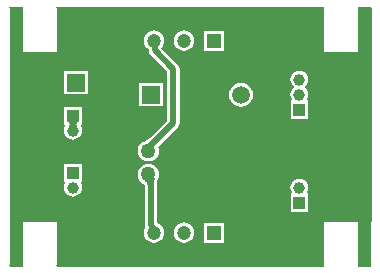
<source format=gbl>
G04*
G04 #@! TF.GenerationSoftware,Altium Limited,Altium Designer,20.0.10 (225)*
G04*
G04 Layer_Physical_Order=2*
G04 Layer_Color=16711680*
%FSLAX25Y25*%
%MOIN*%
G70*
G01*
G75*
%ADD16C,0.00300*%
%ADD33C,0.02000*%
%ADD34R,0.04724X0.04724*%
%ADD35C,0.04724*%
%ADD36R,0.05906X0.05906*%
%ADD37C,0.03937*%
%ADD38R,0.03937X0.03937*%
%ADD39C,0.05906*%
%ADD40C,0.05000*%
G36*
X104331Y56102D02*
X116142D01*
Y71000D01*
X120079D01*
Y-0D01*
X120000D01*
Y-15000D01*
X116142D01*
Y-0D01*
X104331Y0D01*
X104331Y-15000D01*
X15748Y-15000D01*
X15748Y0D01*
X3937D01*
Y-15000D01*
X-0D01*
X-0Y71000D01*
X3937D01*
Y56102D01*
X15748D01*
Y71000D01*
X104331Y71000D01*
Y56102D01*
D02*
G37*
%LPC*%
G36*
X71362Y63362D02*
X64638D01*
Y56638D01*
X71362D01*
Y63362D01*
D02*
G37*
G36*
X58000Y63391D02*
X57122Y63276D01*
X56304Y62937D01*
X55602Y62398D01*
X55063Y61696D01*
X54724Y60878D01*
X54609Y60000D01*
X54724Y59122D01*
X55063Y58304D01*
X55602Y57602D01*
X56304Y57063D01*
X57122Y56724D01*
X58000Y56609D01*
X58878Y56724D01*
X59696Y57063D01*
X60398Y57602D01*
X60937Y58304D01*
X61276Y59122D01*
X61391Y60000D01*
X61276Y60878D01*
X60937Y61696D01*
X60398Y62398D01*
X59696Y62937D01*
X58878Y63276D01*
X58000Y63391D01*
D02*
G37*
G36*
X25937Y49953D02*
X18032D01*
Y42047D01*
X25937D01*
Y49953D01*
D02*
G37*
G36*
X50953Y45949D02*
X43047D01*
Y38043D01*
X50953D01*
Y45949D01*
D02*
G37*
G36*
X77000Y45983D02*
X75968Y45847D01*
X75007Y45449D01*
X74181Y44815D01*
X73547Y43990D01*
X73149Y43028D01*
X73013Y41996D01*
X73149Y40964D01*
X73547Y40003D01*
X74181Y39177D01*
X75007Y38543D01*
X75968Y38145D01*
X77000Y38009D01*
X78032Y38145D01*
X78993Y38543D01*
X79819Y39177D01*
X80453Y40003D01*
X80851Y40964D01*
X80987Y41996D01*
X80851Y43028D01*
X80453Y43990D01*
X79819Y44815D01*
X78993Y45449D01*
X78032Y45847D01*
X77000Y45983D01*
D02*
G37*
G36*
X96500Y49978D02*
X95725Y49876D01*
X95003Y49577D01*
X94383Y49101D01*
X93907Y48481D01*
X93608Y47759D01*
X93506Y46984D01*
X93608Y46209D01*
X93907Y45487D01*
X94383Y44867D01*
X94556Y44734D01*
Y44234D01*
X94383Y44101D01*
X93907Y43481D01*
X93608Y42759D01*
X93506Y41984D01*
X93608Y41209D01*
X93907Y40487D01*
X93973Y40401D01*
X93752Y39953D01*
X93532D01*
Y34016D01*
X99468D01*
Y39953D01*
X99248D01*
X99027Y40401D01*
X99093Y40487D01*
X99392Y41209D01*
X99494Y41984D01*
X99392Y42759D01*
X99093Y43481D01*
X98617Y44101D01*
X98444Y44234D01*
Y44734D01*
X98617Y44867D01*
X99093Y45487D01*
X99392Y46209D01*
X99494Y46984D01*
X99392Y47759D01*
X99093Y48481D01*
X98617Y49101D01*
X97997Y49577D01*
X97275Y49876D01*
X96500Y49978D01*
D02*
G37*
G36*
X23968Y37969D02*
X18032D01*
Y33160D01*
X18030Y33155D01*
X18032Y33138D01*
Y33082D01*
X18024Y33044D01*
X18032Y33005D01*
Y32032D01*
X18252D01*
X18473Y31583D01*
X18407Y31497D01*
X18108Y30775D01*
X18006Y30000D01*
X18108Y29225D01*
X18407Y28503D01*
X18883Y27883D01*
X19503Y27407D01*
X20225Y27108D01*
X21000Y27006D01*
X21775Y27108D01*
X22497Y27407D01*
X23117Y27883D01*
X23593Y28503D01*
X23892Y29225D01*
X23994Y30000D01*
X23892Y30775D01*
X23593Y31497D01*
X23527Y31583D01*
X23748Y32032D01*
X23968D01*
Y33005D01*
X23976Y33044D01*
X23968Y33082D01*
Y33138D01*
X23970Y33155D01*
X23968Y33160D01*
Y37969D01*
D02*
G37*
G36*
X48000Y63391D02*
X47122Y63276D01*
X46304Y62937D01*
X45602Y62398D01*
X45063Y61696D01*
X44724Y60878D01*
X44609Y60000D01*
X44724Y59122D01*
X45063Y58304D01*
X45602Y57602D01*
X46253Y57103D01*
Y56708D01*
X46408Y55928D01*
X46850Y55266D01*
X52461Y49655D01*
Y33336D01*
X46580Y27456D01*
X46220Y27384D01*
X45558Y26942D01*
X45397Y26700D01*
X45234Y26679D01*
X44382Y26326D01*
X43651Y25765D01*
X43090Y25034D01*
X42737Y24183D01*
X42617Y23269D01*
X42737Y22355D01*
X43090Y21504D01*
X43651Y20773D01*
X44382Y20212D01*
X45234Y19859D01*
X46147Y19739D01*
X47061Y19859D01*
X47912Y20212D01*
X48643Y20773D01*
X49204Y21504D01*
X49557Y22355D01*
X49677Y23269D01*
X49557Y24183D01*
X49416Y24524D01*
X55942Y31050D01*
X56384Y31711D01*
X56539Y32492D01*
Y50500D01*
X56384Y51280D01*
X55942Y51942D01*
X50391Y57493D01*
X50398Y57602D01*
X50937Y58304D01*
X51276Y59122D01*
X51391Y60000D01*
X51276Y60878D01*
X50937Y61696D01*
X50398Y62398D01*
X49696Y62937D01*
X48878Y63276D01*
X48000Y63391D01*
D02*
G37*
G36*
X23968Y18969D02*
X18032D01*
Y13032D01*
X18252D01*
X18473Y12583D01*
X18407Y12497D01*
X18108Y11775D01*
X18006Y11000D01*
X18108Y10225D01*
X18407Y9503D01*
X18883Y8883D01*
X19503Y8407D01*
X20225Y8108D01*
X21000Y8006D01*
X21775Y8108D01*
X22497Y8407D01*
X23117Y8883D01*
X23593Y9503D01*
X23892Y10225D01*
X23994Y11000D01*
X23892Y11775D01*
X23593Y12497D01*
X23527Y12583D01*
X23748Y13032D01*
X23968D01*
Y18969D01*
D02*
G37*
G36*
X96500Y13994D02*
X95725Y13892D01*
X95003Y13593D01*
X94383Y13117D01*
X93907Y12497D01*
X93608Y11775D01*
X93506Y11000D01*
X93608Y10225D01*
X93907Y9503D01*
X93973Y9417D01*
X93752Y8969D01*
X93532D01*
Y3032D01*
X99468D01*
Y8969D01*
X99248D01*
X99027Y9417D01*
X99093Y9503D01*
X99392Y10225D01*
X99494Y11000D01*
X99392Y11775D01*
X99093Y12497D01*
X98617Y13117D01*
X97997Y13593D01*
X97275Y13892D01*
X96500Y13994D01*
D02*
G37*
G36*
X71362Y-638D02*
X64638D01*
Y-7362D01*
X71362D01*
Y-638D01*
D02*
G37*
G36*
X58000Y-609D02*
X57122Y-724D01*
X56304Y-1063D01*
X55602Y-1602D01*
X55063Y-2304D01*
X54724Y-3122D01*
X54609Y-4000D01*
X54724Y-4878D01*
X55063Y-5696D01*
X55602Y-6398D01*
X56304Y-6937D01*
X57122Y-7276D01*
X58000Y-7391D01*
X58878Y-7276D01*
X59696Y-6937D01*
X60398Y-6398D01*
X60937Y-5696D01*
X61276Y-4878D01*
X61391Y-4000D01*
X61276Y-3122D01*
X60937Y-2304D01*
X60398Y-1602D01*
X59696Y-1063D01*
X58878Y-724D01*
X58000Y-609D01*
D02*
G37*
G36*
X46147Y18925D02*
X45234Y18805D01*
X44382Y18452D01*
X43651Y17891D01*
X43090Y17160D01*
X42737Y16309D01*
X42617Y15395D01*
X42737Y14481D01*
X43090Y13630D01*
X43651Y12899D01*
X44382Y12338D01*
X44571Y12259D01*
X44588Y12244D01*
X44667Y12198D01*
X44671Y12193D01*
X44701Y12154D01*
X44750Y12064D01*
X44806Y11918D01*
X44861Y11716D01*
X44907Y11475D01*
X44958Y10913D01*
Y-1466D01*
X45112Y-2240D01*
X45063Y-2304D01*
X44724Y-3122D01*
X44609Y-4000D01*
X44724Y-4878D01*
X45063Y-5696D01*
X45602Y-6398D01*
X46304Y-6937D01*
X47122Y-7276D01*
X48000Y-7391D01*
X48878Y-7276D01*
X49696Y-6937D01*
X50398Y-6398D01*
X50937Y-5696D01*
X51276Y-4878D01*
X51391Y-4000D01*
X51276Y-3122D01*
X50937Y-2304D01*
X50398Y-1602D01*
X49696Y-1063D01*
X49139Y-833D01*
X49037Y-679D01*
Y12130D01*
X49072Y12721D01*
X49138Y13262D01*
X49174Y13455D01*
X49213Y13611D01*
X49247Y13715D01*
X49296Y13826D01*
X49308Y13881D01*
X49557Y14481D01*
X49677Y15395D01*
X49557Y16309D01*
X49204Y17160D01*
X48643Y17891D01*
X47912Y18452D01*
X47061Y18805D01*
X46147Y18925D01*
D02*
G37*
%LPD*%
G36*
X22004Y33302D02*
X22024Y33044D01*
X22956D01*
X22775Y33024D01*
X22612Y32963D01*
X22469Y32864D01*
X22344Y32724D01*
X22239Y32544D01*
X22153Y32324D01*
X22101Y32122D01*
X22136Y31945D01*
X22185Y31765D01*
X22242Y31615D01*
X22306Y31495D01*
X22378Y31406D01*
X22009D01*
X22000Y31043D01*
X20000D01*
X19991Y31406D01*
X19622D01*
X19694Y31495D01*
X19758Y31615D01*
X19815Y31765D01*
X19864Y31945D01*
X19899Y32122D01*
X19847Y32324D01*
X19761Y32544D01*
X19656Y32724D01*
X19531Y32864D01*
X19388Y32963D01*
X19225Y33024D01*
X19044Y33044D01*
X19986D01*
X20000Y33664D01*
X22000D01*
X22004Y33302D01*
D02*
G37*
G36*
X48294Y14083D02*
X48232Y13893D01*
X48177Y13672D01*
X48130Y13418D01*
X48056Y12813D01*
X48012Y12078D01*
X47998Y11214D01*
X45998Y10399D01*
X45989Y10843D01*
X45918Y11617D01*
X45855Y11946D01*
X45775Y12237D01*
X45678Y12490D01*
X45562Y12705D01*
X45429Y12882D01*
X45278Y13021D01*
X45109Y13121D01*
X48364Y14239D01*
X48294Y14083D01*
D02*
G37*
D16*
X120229Y71000D02*
G03*
X120079Y71150I-150J0D01*
G01*
X120229Y71000D02*
G03*
X120079Y71150I-150J0D01*
G01*
X116142D02*
G03*
X115992Y71000I0J-150D01*
G01*
X119929Y132D02*
G03*
X119850Y-0I71J-132D01*
G01*
X116142Y55952D02*
G03*
X116292Y56102I0J150D01*
G01*
X116142Y55952D02*
G03*
X116292Y56102I0J150D01*
G01*
X116142Y71150D02*
G03*
X115992Y71000I0J-150D01*
G01*
X104481Y71000D02*
G03*
X104331Y71150I-150J0D01*
G01*
X104481Y71000D02*
G03*
X104331Y71150I-150J0D01*
G01*
X104181Y56102D02*
G03*
X104331Y55952I150J0D01*
G01*
X104181Y56102D02*
G03*
X104331Y55952I150J0D01*
G01*
Y150D02*
G03*
X104181Y0I0J-150D01*
G01*
X120150Y-132D02*
G03*
X120229Y-0I-71J132D01*
G01*
X120150Y-132D02*
G03*
X120229Y-0I-71J132D01*
G01*
X119929Y132D02*
G03*
X119850Y-0I71J-132D01*
G01*
X120000Y-15150D02*
G03*
X120150Y-15000I0J150D01*
G01*
X120000Y-15150D02*
G03*
X120150Y-15000I0J150D01*
G01*
X116292Y-0D02*
G03*
X116142Y150I-150J0D01*
G01*
X116292Y-0D02*
G03*
X116142Y150I-150J0D01*
G01*
X104331Y150D02*
G03*
X104181Y0I0J-150D01*
G01*
X115992Y-15000D02*
G03*
X116142Y-15150I150J0D01*
G01*
X115992Y-15000D02*
G03*
X116142Y-15150I150J0D01*
G01*
X104331Y-15150D02*
G03*
X104481Y-15000I0J150D01*
G01*
X15748Y71150D02*
G03*
X15598Y71000I0J-150D01*
G01*
X15748Y71150D02*
G03*
X15598Y71000I0J-150D01*
G01*
X15748Y55952D02*
G03*
X15898Y56102I0J150D01*
G01*
X15748Y55952D02*
G03*
X15898Y56102I0J150D01*
G01*
X4087Y71000D02*
G03*
X3937Y71150I-150J0D01*
G01*
X4087Y71000D02*
G03*
X3937Y71150I-150J0D01*
G01*
X-0D02*
G03*
X-150Y71000I0J-150D01*
G01*
X-0Y71150D02*
G03*
X-150Y71000I0J-150D01*
G01*
X3787Y56102D02*
G03*
X3937Y55952I150J0D01*
G01*
X3787Y56102D02*
G03*
X3937Y55952I150J0D01*
G01*
Y150D02*
G03*
X3787Y0I0J-150D01*
G01*
X15898D02*
G03*
X15748Y150I-150J0D01*
G01*
X15898Y0D02*
G03*
X15748Y150I-150J0D01*
G01*
X104331Y-15150D02*
G03*
X104481Y-15000I0J150D01*
G01*
X15598Y-15000D02*
G03*
X15748Y-15150I150J0D01*
G01*
X15598Y-15000D02*
G03*
X15748Y-15150I150J0D01*
G01*
X3937Y150D02*
G03*
X3787Y0I0J-150D01*
G01*
X-150Y-15000D02*
G03*
X-0Y-15150I150J0D01*
G01*
X3937D02*
G03*
X4087Y-15000I0J150D01*
G01*
X3937Y-15150D02*
G03*
X4087Y-15000I0J150D01*
G01*
X-150D02*
G03*
X-0Y-15150I150J0D01*
G01*
X120229Y-0D02*
Y71000D01*
X116142Y71150D02*
X120079D01*
X116292Y56102D02*
Y70850D01*
X119929D01*
X115992Y56252D02*
Y71000D01*
X104481Y56252D02*
Y71000D01*
X104331Y55952D02*
X116142D01*
X104481Y56252D02*
X115992D01*
X104331Y150D02*
X116142Y150D01*
X120150Y-15000D02*
Y-132D01*
X119929Y132D02*
Y70850D01*
X119850Y-14850D02*
Y-0D01*
X116142Y-15150D02*
X120000D01*
X116292Y-14850D02*
X119850D01*
X116292D02*
Y-0D01*
X104481Y-15000D02*
X104481Y-150D01*
X115992Y-15000D02*
Y-150D01*
X104481Y-150D02*
X115992Y-150D01*
X15898Y70850D02*
X104181Y70850D01*
X15748Y71150D02*
X104331Y71150D01*
X104181Y56102D02*
Y70850D01*
X15898Y56102D02*
Y70850D01*
X15598Y56252D02*
Y71000D01*
X3937Y55952D02*
X15748D01*
X4087Y56252D02*
X15598D01*
X3937Y150D02*
X15748D01*
X4087Y56252D02*
Y71000D01*
X-0Y71150D02*
X3937D01*
X3787Y56102D02*
Y70850D01*
X150D02*
X3787D01*
X104181Y-14850D02*
X104181Y0D01*
X15898Y-14850D02*
X15898Y0D01*
X15598Y-15000D02*
X15598Y-150D01*
X15898Y-14850D02*
X104181Y-14850D01*
X15748Y-15150D02*
X104331Y-15150D01*
X4087Y-150D02*
X15598D01*
X4087Y-15000D02*
Y-150D01*
X3787Y-14850D02*
Y0D01*
X150Y70850D02*
X150Y-14850D01*
X-150Y71000D02*
X-150Y-15000D01*
X-0Y-15150D02*
X3937D01*
X150Y-14850D02*
X3787D01*
D33*
X21000Y30000D02*
Y35000D01*
X47479Y-3479D02*
X48000Y-4000D01*
X47479Y-3479D02*
Y-1947D01*
X46998Y-1466D02*
X47479Y-1947D01*
X46998Y-1466D02*
Y15395D01*
X48000Y60000D02*
X48292Y59708D01*
Y56708D02*
Y59708D01*
Y56708D02*
X54500Y50500D01*
Y32492D02*
Y50500D01*
X47000Y25500D02*
X47508D01*
X54500Y32492D01*
D34*
X68000Y-4000D02*
D03*
Y60000D02*
D03*
D35*
X58000Y-4000D02*
D03*
X48000D02*
D03*
X58000Y60000D02*
D03*
X48000D02*
D03*
D36*
X21984Y46000D02*
D03*
X47000Y41996D02*
D03*
D37*
X96500Y16000D02*
D03*
Y11000D02*
D03*
Y46984D02*
D03*
Y41984D02*
D03*
X21000Y6000D02*
D03*
Y11000D02*
D03*
Y25000D02*
D03*
Y30000D02*
D03*
D38*
X96500Y6000D02*
D03*
Y36984D02*
D03*
X21000Y16000D02*
D03*
Y35000D02*
D03*
D39*
X77000Y31996D02*
D03*
Y41996D02*
D03*
X47000Y31996D02*
D03*
D40*
X46147Y15395D02*
D03*
Y23269D02*
D03*
M02*

</source>
